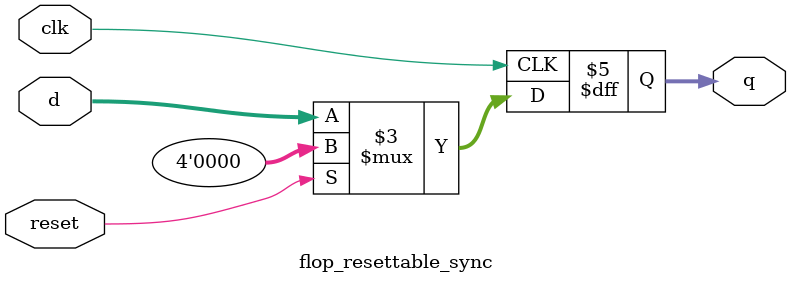
<source format=sv>
module flop_resettable_async (
  input  logic       clk,
  input  logic       reset,
  input  logic [3:0] d,
  output logic [3:0] q
);
  // asynchronous reset
  always_ff @(posedge clk, posedge reset)
    if (reset) q <= 4'b0;
    else       q <= d;

  // reset positive edge determines the reset operation, no matter whether
  // clk is positive edge.

  // Multiple signals in an always statement sensitivity list are separated
  // with a comma or the word 'or'.

endmodule

module flop_resettable_sync (
  input  logic       clk,
  input  logic       reset,
  input  logic [3:0] d,
  output logic [3:0] q
);
  // synchronous reset
  always_ff @(posedge clk)
    if (reset) q <= 4'b0;
    else       q <= d;

  // reset operation only happens when clk is positive edge and reset is 
  // true. So its synchronous with the clk positive edge.
endmodule
</source>
